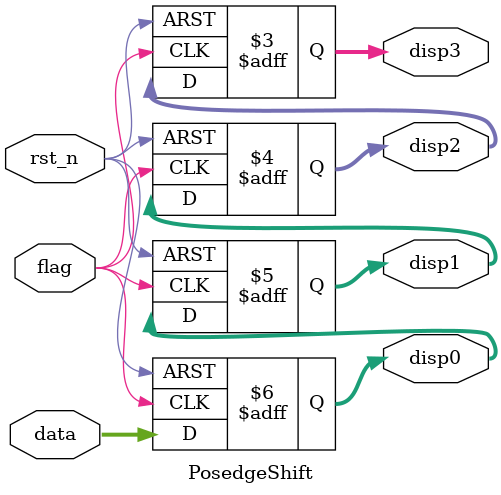
<source format=v>
`timescale 1ns / 1ps


module PosedgeShift(
    input wire rst_n,
    input wire flag,
    input wire [3:0] data,
    output reg [3:0] disp3, disp2, disp1, disp0
    );
    
always@(posedge flag, negedge rst_n)
   begin 
        if(!rst_n)
            begin
                disp3 = 4'b0;
                disp2 = 4'b0;
                disp1 = 4'b0;
                disp0 = 4'b0;
            end
       else
           begin
               disp3 = disp2;
               disp2 = disp1;
               disp1 = disp0;
               disp0 = data;
          end            
   end
endmodule

</source>
